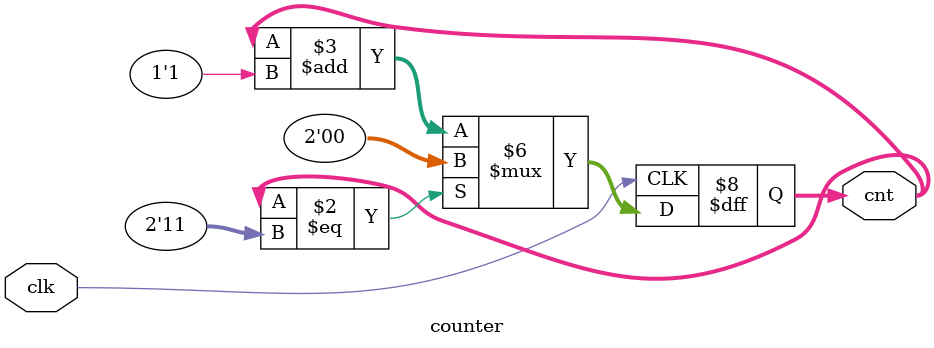
<source format=v>
module counter(clk,cnt);
    input clk;
    output reg [1:0] cnt = 0;
    always@(posedge clk) begin
        if(cnt == 2'b11)
            cnt <= 2'b00;
        else 
            cnt <= cnt + 1'b1;
    end
endmodule
</source>
